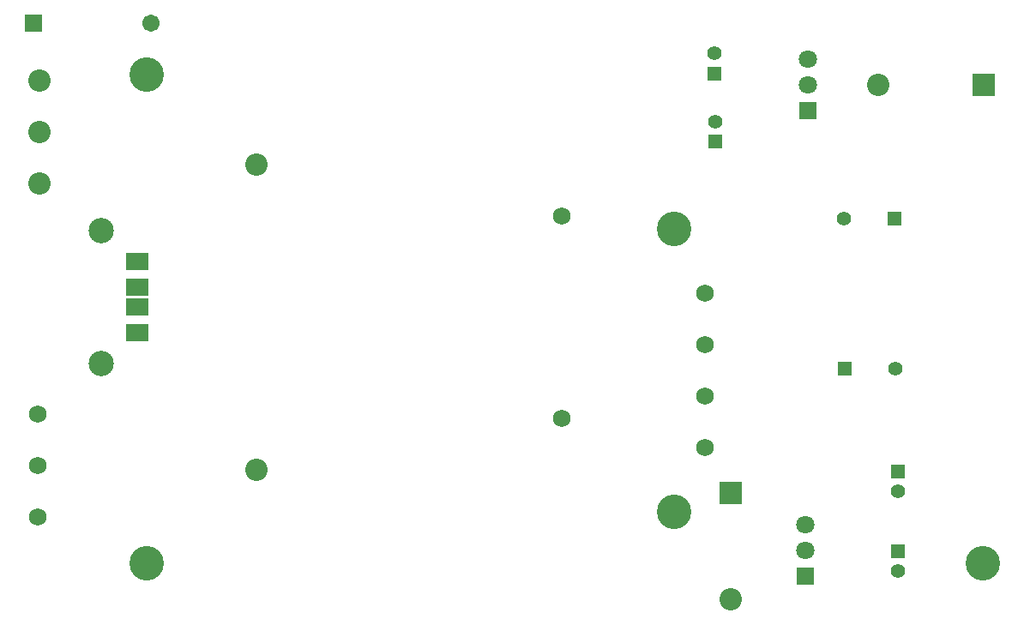
<source format=gbs>
G04 Layer_Color=16711935*
%FSLAX25Y25*%
%MOIN*%
G70*
G01*
G75*
%ADD30R,0.08674X0.08674*%
%ADD31C,0.08674*%
%ADD32R,0.08674X0.08674*%
%ADD33C,0.07099*%
%ADD34R,0.07099X0.07099*%
%ADD35C,0.05524*%
%ADD36R,0.05524X0.05524*%
%ADD37R,0.05524X0.05524*%
%ADD38C,0.06800*%
%ADD39C,0.13400*%
%ADD40C,0.09855*%
%ADD41R,0.08674X0.06800*%
%ADD42C,0.06706*%
%ADD43R,0.06706X0.06706*%
D30*
X285433Y57874D02*
D03*
D31*
Y16693D02*
D03*
X342717Y216433D02*
D03*
X101225Y185528D02*
D03*
Y67027D02*
D03*
X16697Y218123D02*
D03*
Y198123D02*
D03*
Y178123D02*
D03*
D32*
X383898Y216433D02*
D03*
D33*
X314307Y45433D02*
D03*
Y35433D02*
D03*
X315307Y226433D02*
D03*
Y216433D02*
D03*
D34*
X314307Y25433D02*
D03*
X315307Y206433D02*
D03*
D35*
X329307Y164433D02*
D03*
X279187Y228753D02*
D03*
X350307Y27433D02*
D03*
Y58433D02*
D03*
X279307Y202307D02*
D03*
X349287Y106083D02*
D03*
D36*
X348992Y164433D02*
D03*
X329602Y106083D02*
D03*
D37*
X279187Y220879D02*
D03*
X350307Y35307D02*
D03*
Y66307D02*
D03*
X279307Y194433D02*
D03*
D38*
X275307Y75433D02*
D03*
Y95433D02*
D03*
Y115433D02*
D03*
Y135433D02*
D03*
X219724Y87028D02*
D03*
Y165527D02*
D03*
X16107Y48653D02*
D03*
Y68653D02*
D03*
Y88653D02*
D03*
D39*
X383307Y30433D02*
D03*
X263307Y50433D02*
D03*
Y160433D02*
D03*
X58307Y30433D02*
D03*
Y220433D02*
D03*
D40*
X40591Y108189D02*
D03*
Y159921D02*
D03*
D41*
X54685Y120276D02*
D03*
Y130118D02*
D03*
Y137992D02*
D03*
Y147835D02*
D03*
D42*
X60100Y240403D02*
D03*
D43*
X14234D02*
D03*
M02*

</source>
